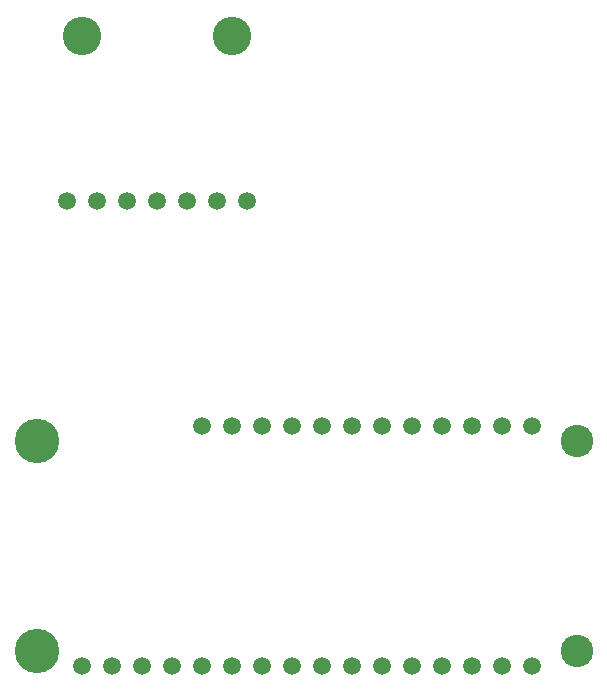
<source format=gbr>
G04 EAGLE Gerber RS-274X export*
G75*
%MOMM*%
%FSLAX34Y34*%
%LPD*%
%INSoldermask Top*%
%IPPOS*%
%AMOC8*
5,1,8,0,0,1.08239X$1,22.5*%
G01*
%ADD10C,1.511200*%
%ADD11C,2.743200*%
%ADD12C,3.759200*%
%ADD13C,3.251200*%


D10*
X215900Y254000D03*
X241300Y254000D03*
X266700Y254000D03*
X292100Y254000D03*
X317500Y254000D03*
X342900Y254000D03*
X368300Y254000D03*
X393700Y254000D03*
X419100Y254000D03*
X444500Y254000D03*
X469900Y254000D03*
X190500Y254000D03*
X469900Y50800D03*
X444500Y50800D03*
X419100Y50800D03*
X393700Y50800D03*
X368300Y50800D03*
X342900Y50800D03*
X317500Y50800D03*
X292100Y50800D03*
X266700Y50800D03*
X241300Y50800D03*
X215900Y50800D03*
X190500Y50800D03*
X165100Y50800D03*
X139700Y50800D03*
X114300Y50800D03*
X88900Y50800D03*
D11*
X508000Y241300D03*
X508000Y63500D03*
D12*
X50800Y241300D03*
X50800Y63500D03*
D10*
X76200Y444500D03*
X101600Y444500D03*
X127000Y444500D03*
X152400Y444500D03*
X177800Y444500D03*
X203200Y444500D03*
X228600Y444500D03*
D13*
X88900Y584200D03*
X215900Y584200D03*
M02*

</source>
